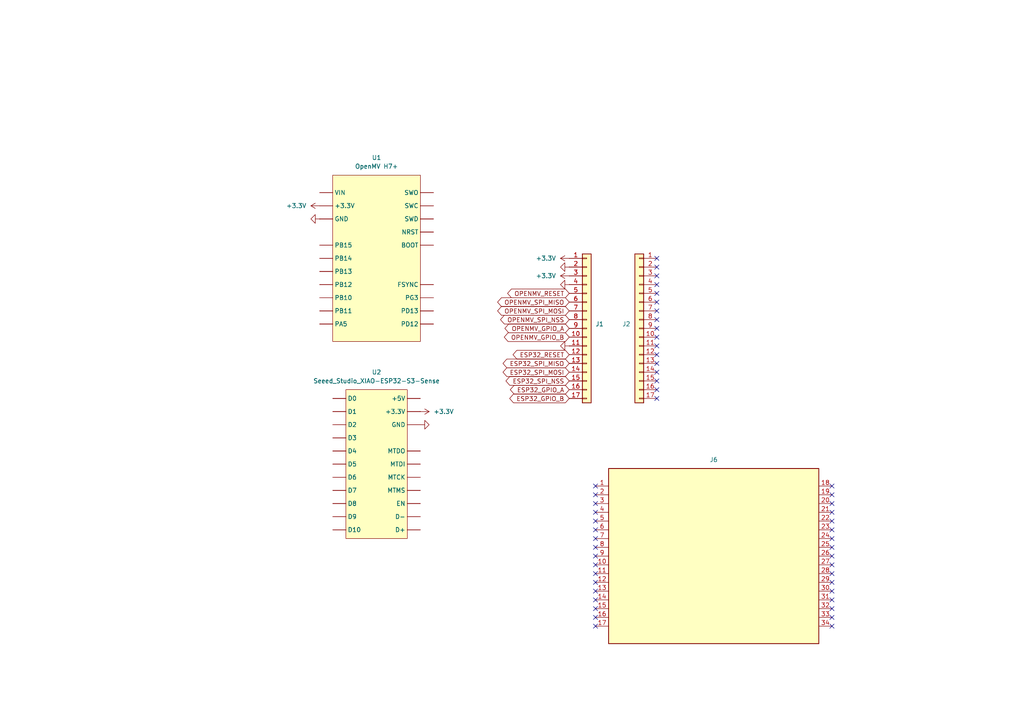
<source format=kicad_sch>
(kicad_sch (version 20250114) (generator "eeschema") (generator_version "9.0")
  (paper "A4")
  (lib_symbols
    (symbol "Connector_Generic:Conn_01x17" (pin_names (offset 1.016) (hide yes))
      (property "Reference" "J" (at 0 22.86 0))
      (property "Value" "Conn_01x17" (at 0 -22.86 0))
      (symbol "Conn_01x17_1_1"
        (rectangle (start -1.27 21.59) (end 1.27 -21.59) (stroke (width 0.254)) (fill (type background)))
        (rectangle (start -1.27 20.447) (end 0 20.193) (stroke (width 0.1524)))
        (rectangle (start -1.27 17.907) (end 0 17.653) (stroke (width 0.1524)))
        (rectangle (start -1.27 15.367) (end 0 15.113) (stroke (width 0.1524)))
        (rectangle (start -1.27 12.827) (end 0 12.573) (stroke (width 0.1524)))
        (rectangle (start -1.27 10.287) (end 0 10.033) (stroke (width 0.1524)))
        (rectangle (start -1.27 7.747) (end 0 7.493) (stroke (width 0.1524)))
        (rectangle (start -1.27 5.207) (end 0 4.953) (stroke (width 0.1524)))
        (rectangle (start -1.27 2.667) (end 0 2.413) (stroke (width 0.1524)))
        (rectangle (start -1.27 0.127) (end 0 -0.127) (stroke (width 0.1524)))
        (rectangle (start -1.27 -2.413) (end 0 -2.667) (stroke (width 0.1524)))
        (rectangle (start -1.27 -4.953) (end 0 -5.207) (stroke (width 0.1524)))
        (rectangle (start -1.27 -7.493) (end 0 -7.747) (stroke (width 0.1524)))
        (rectangle (start -1.27 -10.033) (end 0 -10.287) (stroke (width 0.1524)))
        (rectangle (start -1.27 -12.573) (end 0 -12.827) (stroke (width 0.1524)))
        (rectangle (start -1.27 -15.113) (end 0 -15.367) (stroke (width 0.1524)))
        (rectangle (start -1.27 -17.653) (end 0 -17.907) (stroke (width 0.1524)))
        (rectangle (start -1.27 -20.193) (end 0 -20.447) (stroke (width 0.1524)))
        (pin passive line (at -5.08 20.32 0) (length 3.81) (name "Pin_1") (number "1"))
        (pin passive line (at -5.08 17.78 0) (length 3.81) (name "Pin_2") (number "2"))
        (pin passive line (at -5.08 15.24 0) (length 3.81) (name "Pin_3") (number "3"))
        (pin passive line (at -5.08 12.7 0) (length 3.81) (name "Pin_4") (number "4"))
        (pin passive line (at -5.08 10.16 0) (length 3.81) (name "Pin_5") (number "5"))
        (pin passive line (at -5.08 7.62 0) (length 3.81) (name "Pin_6") (number "6"))
        (pin passive line (at -5.08 5.08 0) (length 3.81) (name "Pin_7") (number "7"))
        (pin passive line (at -5.08 2.54 0) (length 3.81) (name "Pin_8") (number "8"))
        (pin passive line (at -5.08 0 0) (length 3.81) (name "Pin_9") (number "9"))
        (pin passive line (at -5.08 -2.54 0) (length 3.81) (name "Pin_10") (number "10"))
        (pin passive line (at -5.08 -5.08 0) (length 3.81) (name "Pin_11") (number "11"))
        (pin passive line (at -5.08 -7.62 0) (length 3.81) (name "Pin_12") (number "12"))
        (pin passive line (at -5.08 -10.16 0) (length 3.81) (name "Pin_13") (number "13"))
        (pin passive line (at -5.08 -12.7 0) (length 3.81) (name "Pin_14") (number "14"))
        (pin passive line (at -5.08 -15.24 0) (length 3.81) (name "Pin_15") (number "15"))
        (pin passive line (at -5.08 -17.78 0) (length 3.81) (name "Pin_16") (number "16"))
        (pin passive line (at -5.08 -20.32 0) (length 3.81) (name "Pin_17") (number "17"))
      )
    )
    (symbol "OpenMV_H7_Plus:OpenMV_H7_Plus" (pin_numbers (hide yes))
      (property "Reference" "U" (at 0 29.718 0))
      (property "Value" "OpenMV H7+" (at 0 27.178 0))
      (symbol "OpenMV_H7_Plus_0_1"
        (rectangle (start -12.7 25.4) (end 12.7 -22.86) (fill (type background)))
      )
      (symbol "OpenMV_H7_Plus_1_1"
        (pin passive line (at -16.51 20.32 0) (length 3.81) (name "VIN") (number "VIN"))
        (pin passive line (at -16.51 16.51 0) (length 3.81) (name "+3.3V") (number "+3.3V"))
        (pin passive line (at -16.51 12.7 0) (length 3.81) (name "GND") (number "GND"))
        (pin passive line (at -16.51 5.08 0) (length 3.81) (name "PB15") (number "PB15"))
        (pin passive line (at -16.51 1.27 0) (length 3.81) (name "PB14") (number "PB14"))
        (pin passive line (at -16.51 -2.54 0) (length 3.81) (name "PB13") (number "PB13"))
        (pin passive line (at -16.51 -6.35 0) (length 3.81) (name "PB12") (number "PB12"))
        (pin passive line (at -16.51 -10.16 0) (length 3.81) (name "PB10") (number "PB10"))
        (pin passive line (at -16.51 -13.97 0) (length 3.81) (name "PB11") (number "PB11"))
        (pin passive line (at -16.51 -17.78 0) (length 3.81) (name "PA5") (number "PA5"))
        (pin passive line (at 16.51 20.32 180) (length 3.81) (name "SWO") (number "SWO"))
        (pin passive line (at 16.51 16.51 180) (length 3.81) (name "SWC") (number "SWC"))
        (pin passive line (at 16.51 12.7 180) (length 3.81) (name "SWD") (number "SWD"))
        (pin passive line (at 16.51 8.89 180) (length 3.81) (name "NRST") (number "NRST"))
        (pin passive line (at 16.51 5.08 180) (length 3.81) (name "BOOT") (number "BOOT"))
        (pin passive line (at 16.51 -6.35 180) (length 3.81) (name "FSYNC") (number "FSYNC"))
        (pin passive line (at 16.51 -10.16 180) (length 3.81) (name "PG3") (number "PG3"))
        (pin passive line (at 16.51 -13.97 180) (length 3.81) (name "PD13") (number "PD13"))
        (pin passive line (at 16.51 -17.78 180) (length 3.81) (name "PD12") (number "PD12"))
      )
    )
    (symbol "Seeed_Studio_XIAO-ESP32-S3-Sense:Seeed_Studio_XIAO-ESP32-S3-Sense" (pin_numbers (hide yes))
      (property "Reference" "U" (at 0 25.654 0))
      (property "Value" "Seeed_Studio_XIAO-ESP32-S3-Sense" (at 0 23.368 0))
      (symbol "Seeed_Studio_XIAO-ESP32-S3-Sense_0_1"
        (rectangle (start -8.89 21.59) (end 8.89 -21.59) (fill (type background)))
      )
      (symbol "Seeed_Studio_XIAO-ESP32-S3-Sense_1_1"
        (pin passive line (at -12.7 19.05 0) (length 3.81) (name "D0") (number "D0"))
        (pin passive line (at -12.7 15.24 0) (length 3.81) (name "D1") (number "D1"))
        (pin passive line (at -12.7 11.43 0) (length 3.81) (name "D2") (number "D2"))
        (pin passive line (at -12.7 7.62 0) (length 3.81) (name "D3") (number "D3"))
        (pin passive line (at -12.7 3.81 0) (length 3.81) (name "D4") (number "D4"))
        (pin passive line (at -12.7 0 0) (length 3.81) (name "D5") (number "D5"))
        (pin passive line (at -12.7 -3.81 0) (length 3.81) (name "D6") (number "D6"))
        (pin passive line (at -12.7 -7.62 0) (length 3.81) (name "D7") (number "D7"))
        (pin passive line (at -12.7 -11.43 0) (length 3.81) (name "D8") (number "D8"))
        (pin passive line (at -12.7 -15.24 0) (length 3.81) (name "D9") (number "D9"))
        (pin passive line (at -12.7 -19.05 0) (length 3.81) (name "D10") (number "D10"))
        (pin passive line (at 12.7 19.05 180) (length 3.81) (name "+5V") (number "+5V"))
        (pin passive line (at 12.7 15.24 180) (length 3.81) (name "+3.3V") (number "+3.3V"))
        (pin passive line (at 12.7 11.43 180) (length 3.81) (name "GND") (number "GND"))
        (pin passive line (at 12.7 3.81 180) (length 3.81) (name "MTDO") (number "MTDO"))
        (pin passive line (at 12.7 0 180) (length 3.81) (name "MTDI") (number "MTDI"))
        (pin passive line (at 12.7 -3.81 180) (length 3.81) (name "MTCK") (number "MTCK"))
        (pin passive line (at 12.7 -7.62 180) (length 3.81) (name "MTMS") (number "MTMS"))
        (pin passive line (at 12.7 -11.43 180) (length 3.81) (name "EN") (number "EN"))
        (pin passive line (at 12.7 -15.24 180) (length 3.81) (name "D-") (number "D-"))
        (pin passive line (at 12.7 -19.05 180) (length 3.81) (name "D+") (number "D+"))
      )
    )
    (symbol "VehicleStackConnector:VehicleStackConnector"
      (property "Reference" "J" (at 0.508 1.524 0))
      (symbol "VehicleStackConnector_1_1"
        (rectangle (start 0 0) (end 60.96 -50.8) (stroke (width 0.254)) (fill (type background)))
        (pin passive line (at -3.81 -5.08 0) (length 3.81) (name "") (number "1"))
        (pin passive line (at -3.81 -7.62 0) (length 3.81) (name "") (number "2"))
        (pin passive line (at -3.81 -10.16 0) (length 3.81) (name "") (number "3"))
        (pin passive line (at -3.81 -12.7 0) (length 3.81) (name "") (number "4"))
        (pin passive line (at -3.81 -15.24 0) (length 3.81) (name "") (number "5"))
        (pin passive line (at -3.81 -17.78 0) (length 3.81) (name "") (number "6"))
        (pin passive line (at -3.81 -20.32 0) (length 3.81) (name "") (number "7"))
        (pin passive line (at -3.81 -22.86 0) (length 3.81) (name "") (number "8"))
        (pin passive line (at -3.81 -25.4 0) (length 3.81) (name "") (number "9"))
        (pin passive line (at -3.81 -27.94 0) (length 3.81) (name "") (number "10"))
        (pin passive line (at -3.81 -30.48 0) (length 3.81) (name "") (number "11"))
        (pin passive line (at -3.81 -33.02 0) (length 3.81) (name "") (number "12"))
        (pin passive line (at -3.81 -35.56 0) (length 3.81) (name "") (number "13"))
        (pin passive line (at -3.81 -38.1 0) (length 3.81) (name "") (number "14"))
        (pin passive line (at -3.81 -40.64 0) (length 3.81) (name "") (number "15"))
        (pin passive line (at -3.81 -43.18 0) (length 3.81) (name "") (number "16"))
        (pin passive line (at -3.81 -45.72 0) (length 3.81) (name "") (number "17"))
        (pin passive line (at 64.77 -5.08 180) (length 3.81) (name "") (number "18"))
        (pin passive line (at 64.77 -7.62 180) (length 3.81) (name "") (number "19"))
        (pin passive line (at 64.77 -10.16 180) (length 3.81) (name "") (number "20"))
        (pin passive line (at 64.77 -12.7 180) (length 3.81) (name "") (number "21"))
        (pin passive line (at 64.77 -15.24 180) (length 3.81) (name "") (number "22"))
        (pin passive line (at 64.77 -17.78 180) (length 3.81) (name "") (number "23"))
        (pin passive line (at 64.77 -20.32 180) (length 3.81) (name "") (number "24"))
        (pin passive line (at 64.77 -22.86 180) (length 3.81) (name "") (number "25"))
        (pin passive line (at 64.77 -25.4 180) (length 3.81) (name "") (number "26"))
        (pin passive line (at 64.77 -27.94 180) (length 3.81) (name "") (number "27"))
        (pin passive line (at 64.77 -30.48 180) (length 3.81) (name "") (number "28"))
        (pin passive line (at 64.77 -33.02 180) (length 3.81) (name "") (number "29"))
        (pin passive line (at 64.77 -35.56 180) (length 3.81) (name "") (number "30"))
        (pin passive line (at 64.77 -38.1 180) (length 3.81) (name "") (number "31"))
        (pin passive line (at 64.77 -40.64 180) (length 3.81) (name "") (number "32"))
        (pin passive line (at 64.77 -43.18 180) (length 3.81) (name "") (number "33"))
        (pin passive line (at 64.77 -45.72 180) (length 3.81) (name "") (number "34"))
      )
    )
    (symbol "power:+3.3V" (power) (pin_numbers (hide yes)) (pin_names (offset 0) (hide yes))
      (property "Value" "+3.3V" (at 0 3.556 0))
      (symbol "+3.3V_0_1"
        (polyline (pts (xy -0.762 1.27) (xy 0 2.54)))
        (polyline (pts (xy 0 2.54) (xy 0.762 1.27)))
        (polyline (pts (xy 0 0) (xy 0 2.54)))
      )
      (symbol "+3.3V_1_1"
        (pin power_in line (at 0 0 90) (length 0) (name "~") (number "1"))
      )
    )
    (symbol "power:GND" (power) (pin_numbers (hide yes)) (pin_names (offset 0) (hide yes))
      (property "Value" "GND" (at 0 -3.81 0))
      (symbol "GND_0_1"
        (polyline (pts (xy 0 0) (xy 0 -1.27) (xy 1.27 -1.27) (xy 0 -2.54) (xy -1.27 -1.27) (xy 0 -1.27)))
      )
      (symbol "GND_1_1"
        (pin power_in line (at 0 0 270) (length 0) (name "~") (number "1"))
      )
    )
  )
  (no_connect (at 172.72 140.97))
  (no_connect (at 172.72 161.29))
  (no_connect (at 172.72 148.59))
  (no_connect (at 241.3 166.37))
  (no_connect (at 241.3 140.97))
  (no_connect (at 190.5 74.93))
  (no_connect (at 241.3 163.83))
  (no_connect (at 190.5 77.47))
  (no_connect (at 241.3 153.67))
  (no_connect (at 172.72 143.51))
  (no_connect (at 172.72 181.61))
  (no_connect (at 190.5 105.41))
  (no_connect (at 190.5 87.63))
  (no_connect (at 241.3 161.29))
  (no_connect (at 241.3 173.99))
  (no_connect (at 241.3 143.51))
  (no_connect (at 190.5 85.09))
  (no_connect (at 172.72 153.67))
  (no_connect (at 190.5 110.49))
  (no_connect (at 190.5 115.57))
  (no_connect (at 172.72 146.05))
  (no_connect (at 190.5 102.87))
  (no_connect (at 172.72 171.45))
  (no_connect (at 172.72 151.13))
  (no_connect (at 241.3 181.61))
  (no_connect (at 241.3 179.07))
  (no_connect (at 190.5 107.95))
  (no_connect (at 190.5 90.17))
  (no_connect (at 241.3 171.45))
  (no_connect (at 172.72 168.91))
  (no_connect (at 190.5 80.01))
  (no_connect (at 241.3 168.91))
  (no_connect (at 172.72 179.07))
  (no_connect (at 172.72 163.83))
  (no_connect (at 190.5 82.55))
  (no_connect (at 172.72 173.99))
  (no_connect (at 190.5 92.71))
  (no_connect (at 241.3 176.53))
  (no_connect (at 172.72 156.21))
  (no_connect (at 190.5 97.79))
  (no_connect (at 190.5 113.03))
  (no_connect (at 190.5 100.33))
  (no_connect (at 241.3 151.13))
  (no_connect (at 241.3 156.21))
  (no_connect (at 241.3 146.05))
  (no_connect (at 172.72 166.37))
  (no_connect (at 172.72 158.75))
  (no_connect (at 190.5 95.25))
  (no_connect (at 241.3 148.59))
  (no_connect (at 172.72 176.53))
  (no_connect (at 241.3 158.75))
  (global_label "ESP32_GPIO_B" (shape bidirectional) (at 165.1 115.57 180) (property "Intersheetrefs" "${INTERSHEET_REFS}" (effects (hide yes))))
  (global_label "ESP32_RESET" (shape bidirectional) (at 165.1 102.87 180) (property "Intersheetrefs" "${INTERSHEET_REFS}" (effects (hide yes))))
  (global_label "OPENMV_GPIO_B" (shape bidirectional) (at 165.1 97.79 180) (property "Intersheetrefs" "${INTERSHEET_REFS}" (effects (hide yes))))
  (global_label "ESP32_SPI_NSS" (shape bidirectional) (at 165.1 110.49 180) (property "Intersheetrefs" "${INTERSHEET_REFS}" (effects (hide yes))))
  (global_label "ESP32_GPIO_A" (shape bidirectional) (at 165.1 113.03 180) (property "Intersheetrefs" "${INTERSHEET_REFS}" (effects (hide yes))))
  (global_label "OPENMV_SPI_NSS" (shape bidirectional) (at 165.1 92.71 180) (property "Intersheetrefs" "${INTERSHEET_REFS}" (effects (hide yes))))
  (global_label "ESP32_SPI_MISO" (shape bidirectional) (at 165.1 105.41 180) (property "Intersheetrefs" "${INTERSHEET_REFS}" (effects (hide yes))))
  (global_label "OPENMV_SPI_MISO" (shape bidirectional) (at 165.1 87.63 180) (property "Intersheetrefs" "${INTERSHEET_REFS}" (effects (hide yes))))
  (global_label "ESP32_SPI_MOSI" (shape bidirectional) (at 165.1 107.95 180) (property "Intersheetrefs" "${INTERSHEET_REFS}" (effects (hide yes))))
  (global_label "OPENMV_SPI_MOSI" (shape bidirectional) (at 165.1 90.17 180) (property "Intersheetrefs" "${INTERSHEET_REFS}" (effects (hide yes))))
  (global_label "OPENMV_RESET" (shape bidirectional) (at 165.1 85.09 180) (property "Intersheetrefs" "${INTERSHEET_REFS}" (effects (hide yes))))
  (global_label "OPENMV_GPIO_A" (shape bidirectional) (at 165.1 95.25 180) (property "Intersheetrefs" "${INTERSHEET_REFS}" (effects (hide yes))))
  (symbol (lib_id "VehicleStackConnector:VehicleStackConnector") (at 176.53 135.89 0) (unit 1)
    (property "Reference" "J6" (at 207.01 133.35 0))
    (property "Footprint" "pcb:VehicleStackConnector" (effects (hide yes)))
  )
  (symbol (lib_id "power:GND") (at 165.1 77.47 270) (unit 1)
    (property "Reference" "#PWR02" (effects (hide yes)))
    (property "Value" "GND" (effects (hide yes)))
    (property "Description" "Power symbol creates a global label with name \"GND\" , ground" (effects (hide yes)))
  )
  (symbol (lib_id "power:+3.3V") (at 121.92 119.38 270) (mirror x) (unit 1)
    (property "Reference" "#PWR07" (effects (hide yes)))
    (property "Value" "+3.3V" (at 125.73 119.3799 90) (effects (justify left)))
    (property "Description" "Power symbol creates a global label with name \"+3.3V\"" (effects (hide yes)))
  )
  (symbol (lib_id "OpenMV_H7_Plus:OpenMV_H7_Plus") (at 109.22 76.2 0) (unit 1)
    (property "Reference" "U1" (at 109.22 45.72 0))
    (property "Value" "OpenMV H7+" (at 109.22 48.26 0))
    (property "Footprint" "pcb:OpenMV_H7_Plus" (effects (hide yes)))
    (property "Datasheet" "https://openmv.io/products/openmv-cam-h7-plus" (effects (hide yes)))
  )
  (symbol (lib_id "power:+3.3V") (at 165.1 74.93 90) (unit 1)
    (property "Reference" "#PWR01" (effects (hide yes)))
    (property "Value" "+3.3V" (at 161.29 74.9299 90) (effects (justify left)))
    (property "Description" "Power symbol creates a global label with name \"+3.3V\"" (effects (hide yes)))
  )
  (symbol (lib_id "Connector_Generic:Conn_01x17") (at 185.42 95.25 0) (mirror y) (unit 1)
    (property "Reference" "J2" (at 182.88 93.9799 0) (effects (justify left)))
    (property "Value" "Conn_01x17" (effects (hide yes)))
    (property "Footprint" "Connector_PinSocket_2.54mm:PinSocket_1x17_P2.54mm_Vertical" (effects (hide yes)))
    (property "Description" "Generic connector, single row, 01x17, script generated (kicad-library-utils/schlib/autogen/connector/)" (effects (hide yes)))
  )
  (symbol (lib_id "power:GND") (at 92.71 63.5 270) (unit 1)
    (property "Reference" "#PWR06" (effects (hide yes)))
    (property "Value" "GND" (effects (hide yes)))
    (property "Description" "Power symbol creates a global label with name \"GND\" , ground" (effects (hide yes)))
  )
  (symbol (lib_id "Connector_Generic:Conn_01x17") (at 170.18 95.25 0) (unit 1)
    (property "Reference" "J1" (at 172.72 93.9799 0) (effects (justify left)))
    (property "Value" "Conn_01x17" (effects (hide yes)))
    (property "Footprint" "Connector_PinSocket_2.54mm:PinSocket_1x17_P2.54mm_Vertical" (effects (hide yes)))
    (property "Description" "Generic connector, single row, 01x17, script generated (kicad-library-utils/schlib/autogen/connector/)" (effects (hide yes)))
  )
  (symbol (lib_id "Seeed_Studio_XIAO-ESP32-S3-Sense:Seeed_Studio_XIAO-ESP32-S3-Sense") (at 109.22 134.62 0) (unit 1)
    (property "Reference" "U2" (at 109.22 107.95 0))
    (property "Value" "Seeed_Studio_XIAO-ESP32-S3-Sense" (at 109.22 110.49 0))
    (property "Footprint" "pcb:Seeed_Studio_XIAO_ESP32_S3" (effects (hide yes)))
  )
  (symbol (lib_id "power:GND") (at 121.92 123.19 90) (mirror x) (unit 1)
    (property "Reference" "#PWR08" (effects (hide yes)))
    (property "Value" "GND" (effects (hide yes)))
    (property "Description" "Power symbol creates a global label with name \"GND\" , ground" (effects (hide yes)))
  )
  (symbol (lib_id "power:+3.3V") (at 165.1 80.01 90) (unit 1)
    (property "Reference" "#PWR03" (effects (hide yes)))
    (property "Value" "+3.3V" (at 161.29 80.0099 90) (effects (justify left)))
    (property "Description" "Power symbol creates a global label with name \"+3.3V\"" (effects (hide yes)))
  )
  (symbol (lib_id "power:+3.3V") (at 92.71 59.69 90) (unit 1)
    (property "Reference" "#PWR05" (effects (hide yes)))
    (property "Value" "+3.3V" (at 88.9 59.6899 90) (effects (justify left)))
    (property "Description" "Power symbol creates a global label with name \"+3.3V\"" (effects (hide yes)))
  )
  (symbol (lib_id "power:GND") (at 165.1 100.33 270) (unit 1)
    (property "Reference" "#PWR09" (effects (hide yes)))
    (property "Value" "GND" (effects (hide yes)))
    (property "Description" "Power symbol creates a global label with name \"GND\" , ground" (effects (hide yes)))
  )
  (symbol (lib_id "power:GND") (at 165.1 82.55 270) (unit 1)
    (property "Reference" "#PWR04" (effects (hide yes)))
    (property "Value" "GND" (effects (hide yes)))
    (property "Description" "Power symbol creates a global label with name \"GND\" , ground" (effects (hide yes)))
  )
)
</source>
